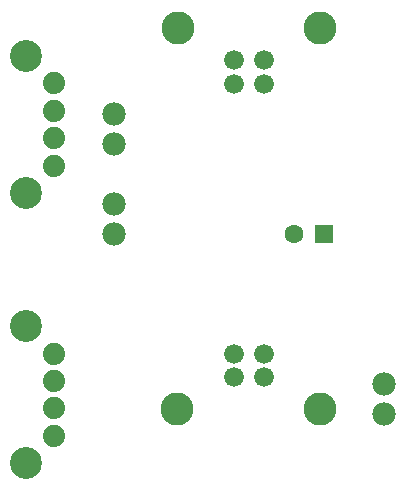
<source format=gbl>
G04 MADE WITH FRITZING*
G04 WWW.FRITZING.ORG*
G04 DOUBLE SIDED*
G04 HOLES PLATED*
G04 CONTOUR ON CENTER OF CONTOUR VECTOR*
%ASAXBY*%
%FSLAX23Y23*%
%MOIN*%
%OFA0B0*%
%SFA1.0B1.0*%
%ADD10C,0.066000*%
%ADD11C,0.110000*%
%ADD12C,0.078000*%
%ADD13C,0.062992*%
%ADD14C,0.074000*%
%ADD15C,0.106614*%
%ADD16R,0.062992X0.062992*%
%LNCOPPER0*%
G90*
G70*
G54D10*
X1240Y1451D03*
X1142Y1451D03*
X1142Y1529D03*
X1240Y1529D03*
G54D11*
X1428Y1636D03*
X954Y1636D03*
G54D10*
X1240Y1451D03*
X1142Y1451D03*
X1142Y1529D03*
X1240Y1529D03*
G54D11*
X1428Y1636D03*
X954Y1636D03*
G54D10*
X1240Y1451D03*
X1142Y1451D03*
X1142Y1529D03*
X1240Y1529D03*
G54D11*
X1428Y1636D03*
X954Y1636D03*
G54D10*
X1140Y551D03*
X1239Y551D03*
X1239Y473D03*
X1140Y473D03*
G54D11*
X952Y366D03*
X1426Y366D03*
G54D10*
X1140Y551D03*
X1239Y551D03*
X1239Y473D03*
X1140Y473D03*
G54D11*
X952Y366D03*
X1426Y366D03*
G54D10*
X1140Y551D03*
X1239Y551D03*
X1239Y473D03*
X1140Y473D03*
G54D11*
X952Y366D03*
X1426Y366D03*
G54D12*
X740Y1351D03*
X740Y1251D03*
X1640Y351D03*
X1640Y451D03*
X740Y1051D03*
X740Y951D03*
G54D13*
X1439Y951D03*
X1340Y951D03*
G54D14*
X540Y276D03*
X540Y369D03*
X540Y458D03*
X540Y551D03*
G54D15*
X446Y642D03*
X446Y185D03*
G54D14*
X540Y276D03*
X540Y369D03*
X540Y458D03*
X540Y551D03*
G54D15*
X446Y642D03*
X446Y185D03*
G54D14*
X540Y276D03*
X540Y369D03*
X540Y458D03*
X540Y551D03*
G54D15*
X446Y642D03*
X446Y185D03*
G54D14*
X540Y1177D03*
X540Y1270D03*
X540Y1359D03*
X540Y1453D03*
G54D15*
X446Y1543D03*
X446Y1086D03*
G54D14*
X540Y1177D03*
X540Y1270D03*
X540Y1359D03*
X540Y1453D03*
G54D15*
X446Y1543D03*
X446Y1086D03*
G54D14*
X540Y1177D03*
X540Y1270D03*
X540Y1359D03*
X540Y1453D03*
G54D15*
X446Y1543D03*
X446Y1086D03*
G54D16*
X1439Y951D03*
G04 End of Copper0*
M02*
</source>
